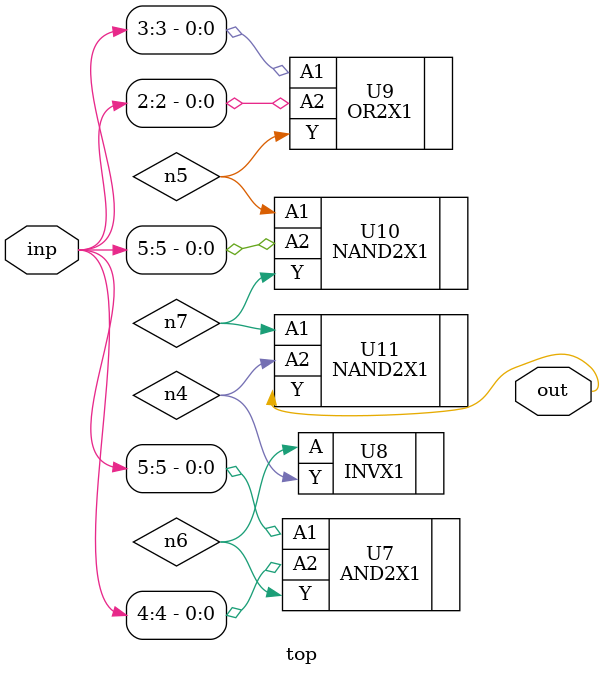
<source format=sv>


module top ( inp, out );
  input [5:0] inp;
  output out;
  wire   n4, n5, n6, n7;

  AND2X1 U7 ( .A1(inp[5]), .A2(inp[4]), .Y(n6) );
  INVX1 U8 ( .A(n6), .Y(n4) );
  OR2X1 U9 ( .A1(inp[3]), .A2(inp[2]), .Y(n5) );
  NAND2X1 U10 ( .A1(n5), .A2(inp[5]), .Y(n7) );
  NAND2X1 U11 ( .A1(n7), .A2(n4), .Y(out) );
endmodule


</source>
